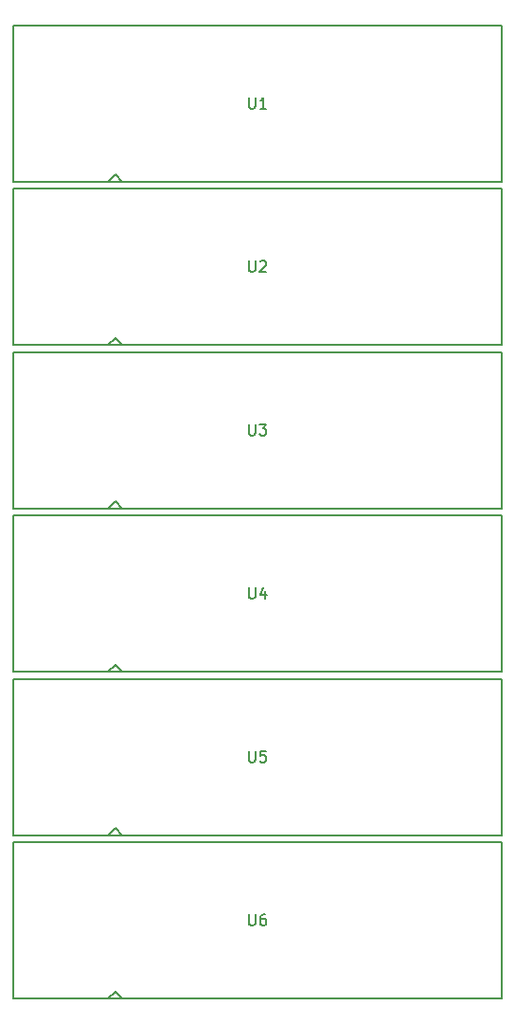
<source format=gto>
G04 #@! TF.GenerationSoftware,KiCad,Pcbnew,(5.0.2)-1*
G04 #@! TF.CreationDate,2023-09-18T18:41:06+09:00*
G04 #@! TF.ProjectId,Building,4275696c-6469-46e6-972e-6b696361645f,rev?*
G04 #@! TF.SameCoordinates,Original*
G04 #@! TF.FileFunction,Legend,Top*
G04 #@! TF.FilePolarity,Positive*
%FSLAX46Y46*%
G04 Gerber Fmt 4.6, Leading zero omitted, Abs format (unit mm)*
G04 Created by KiCad (PCBNEW (5.0.2)-1) date 2023/09/18 18:41:06*
%MOMM*%
%LPD*%
G01*
G04 APERTURE LIST*
%ADD10C,0.150000*%
G04 APERTURE END LIST*
D10*
G04 #@! TO.C,U1*
X159950000Y-34745000D02*
X159950000Y-48745000D01*
X116250000Y-34745000D02*
X159950000Y-34745000D01*
X116250000Y-48745000D02*
X159950000Y-48745000D01*
X116250000Y-34745000D02*
X116250000Y-48745000D01*
X124765000Y-48730000D02*
X125400000Y-48095000D01*
X125400000Y-48095000D02*
X126035000Y-48730000D01*
G04 #@! TO.C,U2*
X125400000Y-62700000D02*
X126035000Y-63335000D01*
X124765000Y-63335000D02*
X125400000Y-62700000D01*
X116250000Y-49350000D02*
X116250000Y-63350000D01*
X116250000Y-63350000D02*
X159950000Y-63350000D01*
X116250000Y-49350000D02*
X159950000Y-49350000D01*
X159950000Y-49350000D02*
X159950000Y-63350000D01*
G04 #@! TO.C,U3*
X159950000Y-63955000D02*
X159950000Y-77955000D01*
X116250000Y-63955000D02*
X159950000Y-63955000D01*
X116250000Y-77955000D02*
X159950000Y-77955000D01*
X116250000Y-63955000D02*
X116250000Y-77955000D01*
X124765000Y-77940000D02*
X125400000Y-77305000D01*
X125400000Y-77305000D02*
X126035000Y-77940000D01*
G04 #@! TO.C,U4*
X125400000Y-91910000D02*
X126035000Y-92545000D01*
X124765000Y-92545000D02*
X125400000Y-91910000D01*
X116250000Y-78560000D02*
X116250000Y-92560000D01*
X116250000Y-92560000D02*
X159950000Y-92560000D01*
X116250000Y-78560000D02*
X159950000Y-78560000D01*
X159950000Y-78560000D02*
X159950000Y-92560000D01*
G04 #@! TO.C,U5*
X159950000Y-93165000D02*
X159950000Y-107165000D01*
X116250000Y-93165000D02*
X159950000Y-93165000D01*
X116250000Y-107165000D02*
X159950000Y-107165000D01*
X116250000Y-93165000D02*
X116250000Y-107165000D01*
X124765000Y-107150000D02*
X125400000Y-106515000D01*
X125400000Y-106515000D02*
X126035000Y-107150000D01*
G04 #@! TO.C,U6*
X125400000Y-121120000D02*
X126035000Y-121755000D01*
X124765000Y-121755000D02*
X125400000Y-121120000D01*
X116250000Y-107770000D02*
X116250000Y-121770000D01*
X116250000Y-121770000D02*
X159950000Y-121770000D01*
X116250000Y-107770000D02*
X159950000Y-107770000D01*
X159950000Y-107770000D02*
X159950000Y-121770000D01*
G04 #@! TO.C,U1*
X137338095Y-41197380D02*
X137338095Y-42006904D01*
X137385714Y-42102142D01*
X137433333Y-42149761D01*
X137528571Y-42197380D01*
X137719047Y-42197380D01*
X137814285Y-42149761D01*
X137861904Y-42102142D01*
X137909523Y-42006904D01*
X137909523Y-41197380D01*
X138909523Y-42197380D02*
X138338095Y-42197380D01*
X138623809Y-42197380D02*
X138623809Y-41197380D01*
X138528571Y-41340238D01*
X138433333Y-41435476D01*
X138338095Y-41483095D01*
G04 #@! TO.C,U2*
X137338095Y-55802380D02*
X137338095Y-56611904D01*
X137385714Y-56707142D01*
X137433333Y-56754761D01*
X137528571Y-56802380D01*
X137719047Y-56802380D01*
X137814285Y-56754761D01*
X137861904Y-56707142D01*
X137909523Y-56611904D01*
X137909523Y-55802380D01*
X138338095Y-55897619D02*
X138385714Y-55850000D01*
X138480952Y-55802380D01*
X138719047Y-55802380D01*
X138814285Y-55850000D01*
X138861904Y-55897619D01*
X138909523Y-55992857D01*
X138909523Y-56088095D01*
X138861904Y-56230952D01*
X138290476Y-56802380D01*
X138909523Y-56802380D01*
G04 #@! TO.C,U3*
X137338095Y-70407380D02*
X137338095Y-71216904D01*
X137385714Y-71312142D01*
X137433333Y-71359761D01*
X137528571Y-71407380D01*
X137719047Y-71407380D01*
X137814285Y-71359761D01*
X137861904Y-71312142D01*
X137909523Y-71216904D01*
X137909523Y-70407380D01*
X138290476Y-70407380D02*
X138909523Y-70407380D01*
X138576190Y-70788333D01*
X138719047Y-70788333D01*
X138814285Y-70835952D01*
X138861904Y-70883571D01*
X138909523Y-70978809D01*
X138909523Y-71216904D01*
X138861904Y-71312142D01*
X138814285Y-71359761D01*
X138719047Y-71407380D01*
X138433333Y-71407380D01*
X138338095Y-71359761D01*
X138290476Y-71312142D01*
G04 #@! TO.C,U4*
X137338095Y-85012380D02*
X137338095Y-85821904D01*
X137385714Y-85917142D01*
X137433333Y-85964761D01*
X137528571Y-86012380D01*
X137719047Y-86012380D01*
X137814285Y-85964761D01*
X137861904Y-85917142D01*
X137909523Y-85821904D01*
X137909523Y-85012380D01*
X138814285Y-85345714D02*
X138814285Y-86012380D01*
X138576190Y-84964761D02*
X138338095Y-85679047D01*
X138957142Y-85679047D01*
G04 #@! TO.C,U5*
X137338095Y-99617380D02*
X137338095Y-100426904D01*
X137385714Y-100522142D01*
X137433333Y-100569761D01*
X137528571Y-100617380D01*
X137719047Y-100617380D01*
X137814285Y-100569761D01*
X137861904Y-100522142D01*
X137909523Y-100426904D01*
X137909523Y-99617380D01*
X138861904Y-99617380D02*
X138385714Y-99617380D01*
X138338095Y-100093571D01*
X138385714Y-100045952D01*
X138480952Y-99998333D01*
X138719047Y-99998333D01*
X138814285Y-100045952D01*
X138861904Y-100093571D01*
X138909523Y-100188809D01*
X138909523Y-100426904D01*
X138861904Y-100522142D01*
X138814285Y-100569761D01*
X138719047Y-100617380D01*
X138480952Y-100617380D01*
X138385714Y-100569761D01*
X138338095Y-100522142D01*
G04 #@! TO.C,U6*
X137338095Y-114222380D02*
X137338095Y-115031904D01*
X137385714Y-115127142D01*
X137433333Y-115174761D01*
X137528571Y-115222380D01*
X137719047Y-115222380D01*
X137814285Y-115174761D01*
X137861904Y-115127142D01*
X137909523Y-115031904D01*
X137909523Y-114222380D01*
X138814285Y-114222380D02*
X138623809Y-114222380D01*
X138528571Y-114270000D01*
X138480952Y-114317619D01*
X138385714Y-114460476D01*
X138338095Y-114650952D01*
X138338095Y-115031904D01*
X138385714Y-115127142D01*
X138433333Y-115174761D01*
X138528571Y-115222380D01*
X138719047Y-115222380D01*
X138814285Y-115174761D01*
X138861904Y-115127142D01*
X138909523Y-115031904D01*
X138909523Y-114793809D01*
X138861904Y-114698571D01*
X138814285Y-114650952D01*
X138719047Y-114603333D01*
X138528571Y-114603333D01*
X138433333Y-114650952D01*
X138385714Y-114698571D01*
X138338095Y-114793809D01*
G04 #@! TD*
M02*

</source>
